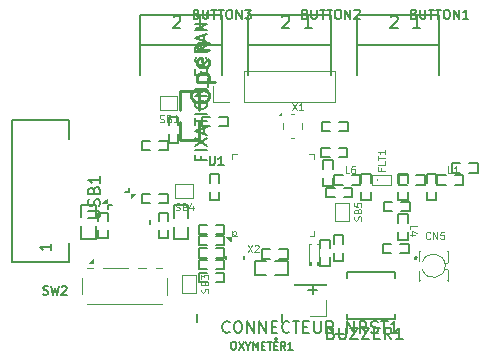
<source format=gbr>
%TF.GenerationSoftware,KiCad,Pcbnew,6.0.4-6f826c9f35~116~ubuntu18.04.1*%
%TF.CreationDate,2022-08-05T10:58:23+02:00*%
%TF.ProjectId,test,74657374-2e6b-4696-9361-645f70636258,rev?*%
%TF.SameCoordinates,Original*%
%TF.FileFunction,Legend,Top*%
%TF.FilePolarity,Positive*%
%FSLAX46Y46*%
G04 Gerber Fmt 4.6, Leading zero omitted, Abs format (unit mm)*
G04 Created by KiCad (PCBNEW 6.0.4-6f826c9f35~116~ubuntu18.04.1) date 2022-08-05 10:58:23*
%MOMM*%
%LPD*%
G01*
G04 APERTURE LIST*
%ADD10C,0.150000*%
%ADD11C,0.120000*%
%ADD12C,0.254000*%
%ADD13C,0.127000*%
%ADD14C,0.025400*%
%ADD15C,0.050000*%
%ADD16C,0.025000*%
%ADD17C,0.075000*%
%ADD18C,0.100000*%
%ADD19C,0.300000*%
%ADD20C,0.200000*%
G04 APERTURE END LIST*
D10*
%TO.C,U1*%
X129645871Y-89834897D02*
X129645871Y-90442040D01*
X129681585Y-90513469D01*
X129717300Y-90549183D01*
X129788728Y-90584897D01*
X129931585Y-90584897D01*
X130003014Y-90549183D01*
X130038728Y-90513469D01*
X130074442Y-90442040D01*
X130074442Y-89834897D01*
X130824442Y-90584897D02*
X130395871Y-90584897D01*
X130610157Y-90584897D02*
X130610157Y-89834897D01*
X130538728Y-89942040D01*
X130467300Y-90013469D01*
X130395871Y-90049183D01*
%TO.C,*%
%TO.C,FIXATION_ECRAN1*%
X128898571Y-89828571D02*
X128898571Y-90161904D01*
X129422380Y-90161904D02*
X128422380Y-90161904D01*
X128422380Y-89685714D01*
X129422380Y-89304761D02*
X128422380Y-89304761D01*
X128422380Y-88923809D02*
X129422380Y-88257142D01*
X128422380Y-88257142D02*
X129422380Y-88923809D01*
X129136666Y-87923809D02*
X129136666Y-87447619D01*
X129422380Y-88019047D02*
X128422380Y-87685714D01*
X129422380Y-87352380D01*
X128422380Y-87161904D02*
X128422380Y-86590476D01*
X129422380Y-86876190D02*
X128422380Y-86876190D01*
X129422380Y-86257142D02*
X128422380Y-86257142D01*
X128422380Y-85590476D02*
X128422380Y-85400000D01*
X128470000Y-85304761D01*
X128565238Y-85209523D01*
X128755714Y-85161904D01*
X129089047Y-85161904D01*
X129279523Y-85209523D01*
X129374761Y-85304761D01*
X129422380Y-85400000D01*
X129422380Y-85590476D01*
X129374761Y-85685714D01*
X129279523Y-85780952D01*
X129089047Y-85828571D01*
X128755714Y-85828571D01*
X128565238Y-85780952D01*
X128470000Y-85685714D01*
X128422380Y-85590476D01*
X129422380Y-84733333D02*
X128422380Y-84733333D01*
X129422380Y-84161904D01*
X128422380Y-84161904D01*
X129517619Y-83923809D02*
X129517619Y-83161904D01*
X128898571Y-82923809D02*
X128898571Y-82590476D01*
X129422380Y-82447619D02*
X129422380Y-82923809D01*
X128422380Y-82923809D01*
X128422380Y-82447619D01*
X129327142Y-81447619D02*
X129374761Y-81495238D01*
X129422380Y-81638095D01*
X129422380Y-81733333D01*
X129374761Y-81876190D01*
X129279523Y-81971428D01*
X129184285Y-82019047D01*
X128993809Y-82066666D01*
X128850952Y-82066666D01*
X128660476Y-82019047D01*
X128565238Y-81971428D01*
X128470000Y-81876190D01*
X128422380Y-81733333D01*
X128422380Y-81638095D01*
X128470000Y-81495238D01*
X128517619Y-81447619D01*
X129422380Y-80447619D02*
X128946190Y-80780952D01*
X129422380Y-81019047D02*
X128422380Y-81019047D01*
X128422380Y-80638095D01*
X128470000Y-80542857D01*
X128517619Y-80495238D01*
X128612857Y-80447619D01*
X128755714Y-80447619D01*
X128850952Y-80495238D01*
X128898571Y-80542857D01*
X128946190Y-80638095D01*
X128946190Y-81019047D01*
X129136666Y-80066666D02*
X129136666Y-79590476D01*
X129422380Y-80161904D02*
X128422380Y-79828571D01*
X129422380Y-79495238D01*
X129422380Y-79161904D02*
X128422380Y-79161904D01*
X129422380Y-78590476D01*
X128422380Y-78590476D01*
X129422380Y-77590476D02*
X129422380Y-78161904D01*
X129422380Y-77876190D02*
X128422380Y-77876190D01*
X128565238Y-77971428D01*
X128660476Y-78066666D01*
X128708095Y-78161904D01*
%TO.C,*%
D11*
%TO.C,SB3*%
X129519257Y-101371314D02*
X129547828Y-101285600D01*
X129547828Y-101142742D01*
X129519257Y-101085600D01*
X129490685Y-101057028D01*
X129433542Y-101028457D01*
X129376400Y-101028457D01*
X129319257Y-101057028D01*
X129290685Y-101085600D01*
X129262114Y-101142742D01*
X129233542Y-101257028D01*
X129204971Y-101314171D01*
X129176400Y-101342742D01*
X129119257Y-101371314D01*
X129062114Y-101371314D01*
X129004971Y-101342742D01*
X128976400Y-101314171D01*
X128947828Y-101257028D01*
X128947828Y-101114171D01*
X128976400Y-101028457D01*
X129233542Y-100571314D02*
X129262114Y-100485600D01*
X129290685Y-100457028D01*
X129347828Y-100428457D01*
X129433542Y-100428457D01*
X129490685Y-100457028D01*
X129519257Y-100485600D01*
X129547828Y-100542742D01*
X129547828Y-100771314D01*
X128947828Y-100771314D01*
X128947828Y-100571314D01*
X128976400Y-100514171D01*
X129004971Y-100485600D01*
X129062114Y-100457028D01*
X129119257Y-100457028D01*
X129176400Y-100485600D01*
X129204971Y-100514171D01*
X129233542Y-100571314D01*
X129233542Y-100771314D01*
X128947828Y-100228457D02*
X128947828Y-99857028D01*
X129176400Y-100057028D01*
X129176400Y-99971314D01*
X129204971Y-99914171D01*
X129233542Y-99885600D01*
X129290685Y-99857028D01*
X129433542Y-99857028D01*
X129490685Y-99885600D01*
X129519257Y-99914171D01*
X129547828Y-99971314D01*
X129547828Y-100142742D01*
X129519257Y-100199885D01*
X129490685Y-100228457D01*
D10*
%TO.C,BUZZER1*%
X139938089Y-104816920D02*
X140081098Y-104864590D01*
X140128768Y-104912259D01*
X140176438Y-105007599D01*
X140176438Y-105150608D01*
X140128768Y-105245947D01*
X140081098Y-105293617D01*
X139985759Y-105341286D01*
X139604402Y-105341286D01*
X139604402Y-104340223D01*
X139938089Y-104340223D01*
X140033429Y-104387893D01*
X140081098Y-104435563D01*
X140128768Y-104530902D01*
X140128768Y-104626241D01*
X140081098Y-104721581D01*
X140033429Y-104769250D01*
X139938089Y-104816920D01*
X139604402Y-104816920D01*
X140605465Y-104340223D02*
X140605465Y-105150608D01*
X140653134Y-105245947D01*
X140700804Y-105293617D01*
X140796143Y-105341286D01*
X140986822Y-105341286D01*
X141082161Y-105293617D01*
X141129831Y-105245947D01*
X141177501Y-105150608D01*
X141177501Y-104340223D01*
X141558858Y-104340223D02*
X142226233Y-104340223D01*
X141558858Y-105341286D01*
X142226233Y-105341286D01*
X142512251Y-104340223D02*
X143179627Y-104340223D01*
X142512251Y-105341286D01*
X143179627Y-105341286D01*
X143560984Y-104816920D02*
X143894672Y-104816920D01*
X144037681Y-105341286D02*
X143560984Y-105341286D01*
X143560984Y-104340223D01*
X144037681Y-104340223D01*
X145038744Y-105341286D02*
X144705056Y-104864590D01*
X144466708Y-105341286D02*
X144466708Y-104340223D01*
X144848065Y-104340223D01*
X144943404Y-104387893D01*
X144991074Y-104435563D01*
X145038744Y-104530902D01*
X145038744Y-104673911D01*
X144991074Y-104769250D01*
X144943404Y-104816920D01*
X144848065Y-104864590D01*
X144466708Y-104864590D01*
X145992137Y-105341286D02*
X145420101Y-105341286D01*
X145706119Y-105341286D02*
X145706119Y-104340223D01*
X145610780Y-104483232D01*
X145515440Y-104578572D01*
X145420101Y-104626241D01*
X138005168Y-101141055D02*
X138767631Y-101141055D01*
X138386400Y-101522287D02*
X138386400Y-100759824D01*
%TO.C,*%
%TO.C,BUTTON3*%
X128544018Y-77783757D02*
X128656504Y-77821252D01*
X128693999Y-77858747D01*
X128731495Y-77933738D01*
X128731495Y-78046224D01*
X128693999Y-78121215D01*
X128656504Y-78158710D01*
X128581513Y-78196205D01*
X128281551Y-78196205D01*
X128281551Y-77408803D01*
X128544018Y-77408803D01*
X128619009Y-77446299D01*
X128656504Y-77483794D01*
X128693999Y-77558785D01*
X128693999Y-77633775D01*
X128656504Y-77708766D01*
X128619009Y-77746261D01*
X128544018Y-77783757D01*
X128281551Y-77783757D01*
X129068953Y-77408803D02*
X129068953Y-78046224D01*
X129106448Y-78121215D01*
X129143943Y-78158710D01*
X129218934Y-78196205D01*
X129368915Y-78196205D01*
X129443906Y-78158710D01*
X129481401Y-78121215D01*
X129518897Y-78046224D01*
X129518897Y-77408803D01*
X129781364Y-77408803D02*
X130231308Y-77408803D01*
X130006336Y-78196205D02*
X130006336Y-77408803D01*
X130381289Y-77408803D02*
X130831233Y-77408803D01*
X130606261Y-78196205D02*
X130606261Y-77408803D01*
X131243682Y-77408803D02*
X131393663Y-77408803D01*
X131468654Y-77446299D01*
X131543645Y-77521289D01*
X131581140Y-77671271D01*
X131581140Y-77933738D01*
X131543645Y-78083719D01*
X131468654Y-78158710D01*
X131393663Y-78196205D01*
X131243682Y-78196205D01*
X131168691Y-78158710D01*
X131093701Y-78083719D01*
X131056205Y-77933738D01*
X131056205Y-77671271D01*
X131093701Y-77521289D01*
X131168691Y-77446299D01*
X131243682Y-77408803D01*
X131918598Y-78196205D02*
X131918598Y-77408803D01*
X132368542Y-78196205D01*
X132368542Y-77408803D01*
X132668505Y-77408803D02*
X133155944Y-77408803D01*
X132893477Y-77708766D01*
X133005963Y-77708766D01*
X133080953Y-77746261D01*
X133118449Y-77783757D01*
X133155944Y-77858747D01*
X133155944Y-78046224D01*
X133118449Y-78121215D01*
X133080953Y-78158710D01*
X133005963Y-78196205D01*
X132780991Y-78196205D01*
X132706000Y-78158710D01*
X132668505Y-78121215D01*
X126601996Y-78022722D02*
X126649641Y-77975076D01*
X126744933Y-77927430D01*
X126983161Y-77927430D01*
X127078452Y-77975076D01*
X127126098Y-78022722D01*
X127173744Y-78118013D01*
X127173744Y-78213304D01*
X127126098Y-78356241D01*
X126554350Y-78927989D01*
X127173744Y-78927989D01*
X129077883Y-78929280D02*
X128505456Y-78929280D01*
X128791670Y-78929280D02*
X128791670Y-77927532D01*
X128696265Y-78070639D01*
X128600860Y-78166044D01*
X128505456Y-78213746D01*
%TO.C,*%
D11*
%TO.C,X2*%
X132853913Y-97338839D02*
X133253913Y-97938839D01*
X133253913Y-97338839D02*
X132853913Y-97938839D01*
X133453913Y-97395982D02*
X133482484Y-97367411D01*
X133539627Y-97338839D01*
X133682484Y-97338839D01*
X133739627Y-97367411D01*
X133768199Y-97395982D01*
X133796770Y-97453125D01*
X133796770Y-97510268D01*
X133768199Y-97595982D01*
X133425341Y-97938839D01*
X133796770Y-97938839D01*
D10*
%TO.C,*%
D11*
%TO.C,L6*%
X141456170Y-91246240D02*
X141170456Y-91246240D01*
X141170456Y-90646240D01*
X141913313Y-90646240D02*
X141799027Y-90646240D01*
X141741884Y-90674812D01*
X141713313Y-90703383D01*
X141656170Y-90789097D01*
X141627599Y-90903383D01*
X141627599Y-91131954D01*
X141656170Y-91189097D01*
X141684741Y-91217669D01*
X141741884Y-91246240D01*
X141856170Y-91246240D01*
X141913313Y-91217669D01*
X141941884Y-91189097D01*
X141970456Y-91131954D01*
X141970456Y-90989097D01*
X141941884Y-90931954D01*
X141913313Y-90903383D01*
X141856170Y-90874812D01*
X141741884Y-90874812D01*
X141684741Y-90903383D01*
X141656170Y-90931954D01*
X141627599Y-90989097D01*
D10*
%TO.C,*%
%TO.C,BUTTON2*%
X137744018Y-77783757D02*
X137856504Y-77821252D01*
X137893999Y-77858747D01*
X137931495Y-77933738D01*
X137931495Y-78046224D01*
X137893999Y-78121215D01*
X137856504Y-78158710D01*
X137781513Y-78196205D01*
X137481551Y-78196205D01*
X137481551Y-77408803D01*
X137744018Y-77408803D01*
X137819009Y-77446299D01*
X137856504Y-77483794D01*
X137893999Y-77558785D01*
X137893999Y-77633775D01*
X137856504Y-77708766D01*
X137819009Y-77746261D01*
X137744018Y-77783757D01*
X137481551Y-77783757D01*
X138268953Y-77408803D02*
X138268953Y-78046224D01*
X138306448Y-78121215D01*
X138343943Y-78158710D01*
X138418934Y-78196205D01*
X138568915Y-78196205D01*
X138643906Y-78158710D01*
X138681401Y-78121215D01*
X138718897Y-78046224D01*
X138718897Y-77408803D01*
X138981364Y-77408803D02*
X139431308Y-77408803D01*
X139206336Y-78196205D02*
X139206336Y-77408803D01*
X139581289Y-77408803D02*
X140031233Y-77408803D01*
X139806261Y-78196205D02*
X139806261Y-77408803D01*
X140443682Y-77408803D02*
X140593663Y-77408803D01*
X140668654Y-77446299D01*
X140743645Y-77521289D01*
X140781140Y-77671271D01*
X140781140Y-77933738D01*
X140743645Y-78083719D01*
X140668654Y-78158710D01*
X140593663Y-78196205D01*
X140443682Y-78196205D01*
X140368691Y-78158710D01*
X140293701Y-78083719D01*
X140256205Y-77933738D01*
X140256205Y-77671271D01*
X140293701Y-77521289D01*
X140368691Y-77446299D01*
X140443682Y-77408803D01*
X141118598Y-78196205D02*
X141118598Y-77408803D01*
X141568542Y-78196205D01*
X141568542Y-77408803D01*
X141906000Y-77483794D02*
X141943495Y-77446299D01*
X142018486Y-77408803D01*
X142205963Y-77408803D01*
X142280953Y-77446299D01*
X142318449Y-77483794D01*
X142355944Y-77558785D01*
X142355944Y-77633775D01*
X142318449Y-77746261D01*
X141868505Y-78196205D01*
X142355944Y-78196205D01*
X138277883Y-78929280D02*
X137705456Y-78929280D01*
X137991670Y-78929280D02*
X137991670Y-77927532D01*
X137896265Y-78070639D01*
X137800860Y-78166044D01*
X137705456Y-78213746D01*
X135801996Y-78022722D02*
X135849641Y-77975076D01*
X135944933Y-77927430D01*
X136183161Y-77927430D01*
X136278452Y-77975076D01*
X136326098Y-78022722D01*
X136373744Y-78118013D01*
X136373744Y-78213304D01*
X136326098Y-78356241D01*
X135754350Y-78927989D01*
X136373744Y-78927989D01*
%TO.C,*%
%TO.C,BUTTON1*%
X146944018Y-77783757D02*
X147056504Y-77821252D01*
X147093999Y-77858747D01*
X147131495Y-77933738D01*
X147131495Y-78046224D01*
X147093999Y-78121215D01*
X147056504Y-78158710D01*
X146981513Y-78196205D01*
X146681551Y-78196205D01*
X146681551Y-77408803D01*
X146944018Y-77408803D01*
X147019009Y-77446299D01*
X147056504Y-77483794D01*
X147093999Y-77558785D01*
X147093999Y-77633775D01*
X147056504Y-77708766D01*
X147019009Y-77746261D01*
X146944018Y-77783757D01*
X146681551Y-77783757D01*
X147468953Y-77408803D02*
X147468953Y-78046224D01*
X147506448Y-78121215D01*
X147543943Y-78158710D01*
X147618934Y-78196205D01*
X147768915Y-78196205D01*
X147843906Y-78158710D01*
X147881401Y-78121215D01*
X147918897Y-78046224D01*
X147918897Y-77408803D01*
X148181364Y-77408803D02*
X148631308Y-77408803D01*
X148406336Y-78196205D02*
X148406336Y-77408803D01*
X148781289Y-77408803D02*
X149231233Y-77408803D01*
X149006261Y-78196205D02*
X149006261Y-77408803D01*
X149643682Y-77408803D02*
X149793663Y-77408803D01*
X149868654Y-77446299D01*
X149943645Y-77521289D01*
X149981140Y-77671271D01*
X149981140Y-77933738D01*
X149943645Y-78083719D01*
X149868654Y-78158710D01*
X149793663Y-78196205D01*
X149643682Y-78196205D01*
X149568691Y-78158710D01*
X149493701Y-78083719D01*
X149456205Y-77933738D01*
X149456205Y-77671271D01*
X149493701Y-77521289D01*
X149568691Y-77446299D01*
X149643682Y-77408803D01*
X150318598Y-78196205D02*
X150318598Y-77408803D01*
X150768542Y-78196205D01*
X150768542Y-77408803D01*
X151555944Y-78196205D02*
X151106000Y-78196205D01*
X151330972Y-78196205D02*
X151330972Y-77408803D01*
X151255981Y-77521289D01*
X151180991Y-77596280D01*
X151106000Y-77633775D01*
X147477883Y-78929280D02*
X146905456Y-78929280D01*
X147191670Y-78929280D02*
X147191670Y-77927532D01*
X147096265Y-78070639D01*
X147000860Y-78166044D01*
X146905456Y-78213746D01*
X145001996Y-78022722D02*
X145049641Y-77975076D01*
X145144933Y-77927430D01*
X145383161Y-77927430D01*
X145478452Y-77975076D01*
X145526098Y-78022722D01*
X145573744Y-78118013D01*
X145573744Y-78213304D01*
X145526098Y-78356241D01*
X144954350Y-78927989D01*
X145573744Y-78927989D01*
%TO.C,*%
D11*
%TO.C,SB1*%
X125428685Y-86919257D02*
X125514400Y-86947828D01*
X125657257Y-86947828D01*
X125714400Y-86919257D01*
X125742971Y-86890685D01*
X125771542Y-86833542D01*
X125771542Y-86776400D01*
X125742971Y-86719257D01*
X125714400Y-86690685D01*
X125657257Y-86662114D01*
X125542971Y-86633542D01*
X125485828Y-86604971D01*
X125457257Y-86576400D01*
X125428685Y-86519257D01*
X125428685Y-86462114D01*
X125457257Y-86404971D01*
X125485828Y-86376400D01*
X125542971Y-86347828D01*
X125685828Y-86347828D01*
X125771542Y-86376400D01*
X126228685Y-86633542D02*
X126314400Y-86662114D01*
X126342971Y-86690685D01*
X126371542Y-86747828D01*
X126371542Y-86833542D01*
X126342971Y-86890685D01*
X126314400Y-86919257D01*
X126257257Y-86947828D01*
X126028685Y-86947828D01*
X126028685Y-86347828D01*
X126228685Y-86347828D01*
X126285828Y-86376400D01*
X126314400Y-86404971D01*
X126342971Y-86462114D01*
X126342971Y-86519257D01*
X126314400Y-86576400D01*
X126285828Y-86604971D01*
X126228685Y-86633542D01*
X126028685Y-86633542D01*
X126942971Y-86947828D02*
X126600114Y-86947828D01*
X126771542Y-86947828D02*
X126771542Y-86347828D01*
X126714400Y-86433542D01*
X126657257Y-86490685D01*
X126600114Y-86519257D01*
D12*
X128097528Y-84850057D02*
X128097528Y-84559771D01*
X128170100Y-84414628D01*
X128315242Y-84269485D01*
X128605528Y-84196914D01*
X129113528Y-84196914D01*
X129403814Y-84269485D01*
X129548957Y-84414628D01*
X129621528Y-84559771D01*
X129621528Y-84850057D01*
X129548957Y-84995200D01*
X129403814Y-85140342D01*
X129113528Y-85212914D01*
X128605528Y-85212914D01*
X128315242Y-85140342D01*
X128170100Y-84995200D01*
X128097528Y-84850057D01*
X128605528Y-83543771D02*
X130129528Y-83543771D01*
X128678100Y-83543771D02*
X128605528Y-83398628D01*
X128605528Y-83108342D01*
X128678100Y-82963200D01*
X128750671Y-82890628D01*
X128895814Y-82818057D01*
X129331242Y-82818057D01*
X129476385Y-82890628D01*
X129548957Y-82963200D01*
X129621528Y-83108342D01*
X129621528Y-83398628D01*
X129548957Y-83543771D01*
X129548957Y-81584342D02*
X129621528Y-81729485D01*
X129621528Y-82019771D01*
X129548957Y-82164914D01*
X129403814Y-82237485D01*
X128823242Y-82237485D01*
X128678100Y-82164914D01*
X128605528Y-82019771D01*
X128605528Y-81729485D01*
X128678100Y-81584342D01*
X128823242Y-81511771D01*
X128968385Y-81511771D01*
X129113528Y-82237485D01*
X128605528Y-80858628D02*
X129621528Y-80858628D01*
X128750671Y-80858628D02*
X128678100Y-80786057D01*
X128605528Y-80640914D01*
X128605528Y-80423200D01*
X128678100Y-80278057D01*
X128823242Y-80205485D01*
X129621528Y-80205485D01*
D10*
%TO.C,*%
D11*
%TO.C,L1*%
X150156170Y-91246240D02*
X149870456Y-91246240D01*
X149870456Y-90646240D01*
X150670456Y-91246240D02*
X150327599Y-91246240D01*
X150499027Y-91246240D02*
X150499027Y-90646240D01*
X150441884Y-90731954D01*
X150384741Y-90789097D01*
X150327599Y-90817669D01*
D10*
%TO.C,SW2*%
X115545558Y-101505582D02*
X115652701Y-101541296D01*
X115831272Y-101541296D01*
X115902701Y-101505582D01*
X115938415Y-101469868D01*
X115974129Y-101398439D01*
X115974129Y-101327011D01*
X115938415Y-101255582D01*
X115902701Y-101219868D01*
X115831272Y-101184153D01*
X115688415Y-101148439D01*
X115616986Y-101112725D01*
X115581272Y-101077011D01*
X115545558Y-101005582D01*
X115545558Y-100934153D01*
X115581272Y-100862725D01*
X115616986Y-100827011D01*
X115688415Y-100791296D01*
X115866986Y-100791296D01*
X115974129Y-100827011D01*
X116224129Y-100791296D02*
X116402701Y-101541296D01*
X116545558Y-101005582D01*
X116688415Y-101541296D01*
X116866986Y-100791296D01*
X117116986Y-100862725D02*
X117152701Y-100827011D01*
X117224129Y-100791296D01*
X117402701Y-100791296D01*
X117474129Y-100827011D01*
X117509843Y-100862725D01*
X117545558Y-100934153D01*
X117545558Y-101005582D01*
X117509843Y-101112725D01*
X117081272Y-101541296D01*
X117545558Y-101541296D01*
D11*
%TO.C,L4*%
X146603759Y-96006170D02*
X146603759Y-95720456D01*
X147203759Y-95720456D01*
X147003759Y-96463313D02*
X146603759Y-96463313D01*
X147232330Y-96320456D02*
X146803759Y-96177599D01*
X146803759Y-96549027D01*
D10*
%TO.C,*%
D11*
%TO.C,CN5*%
X148315115Y-96792295D02*
X148286543Y-96820867D01*
X148200829Y-96849438D01*
X148143686Y-96849438D01*
X148057972Y-96820867D01*
X148000829Y-96763724D01*
X147972258Y-96706581D01*
X147943686Y-96592295D01*
X147943686Y-96506581D01*
X147972258Y-96392295D01*
X148000829Y-96335152D01*
X148057972Y-96278010D01*
X148143686Y-96249438D01*
X148200829Y-96249438D01*
X148286543Y-96278010D01*
X148315115Y-96306581D01*
X148572258Y-96849438D02*
X148572258Y-96249438D01*
X148915115Y-96849438D01*
X148915115Y-96249438D01*
X149486543Y-96249438D02*
X149200829Y-96249438D01*
X149172258Y-96535152D01*
X149200829Y-96506581D01*
X149257972Y-96478010D01*
X149400829Y-96478010D01*
X149457972Y-96506581D01*
X149486543Y-96535152D01*
X149515115Y-96592295D01*
X149515115Y-96735152D01*
X149486543Y-96792295D01*
X149457972Y-96820867D01*
X149400829Y-96849438D01*
X149257972Y-96849438D01*
X149200829Y-96820867D01*
X149172258Y-96792295D01*
D10*
%TO.C,*%
D11*
%TO.C,SB5*%
X142469258Y-95271314D02*
X142497829Y-95185600D01*
X142497829Y-95042742D01*
X142469258Y-94985600D01*
X142440686Y-94957028D01*
X142383543Y-94928457D01*
X142326401Y-94928457D01*
X142269258Y-94957028D01*
X142240686Y-94985600D01*
X142212115Y-95042742D01*
X142183543Y-95157028D01*
X142154972Y-95214171D01*
X142126401Y-95242742D01*
X142069258Y-95271314D01*
X142012115Y-95271314D01*
X141954972Y-95242742D01*
X141926401Y-95214171D01*
X141897829Y-95157028D01*
X141897829Y-95014171D01*
X141926401Y-94928457D01*
X142183543Y-94471314D02*
X142212115Y-94385600D01*
X142240686Y-94357028D01*
X142297829Y-94328457D01*
X142383543Y-94328457D01*
X142440686Y-94357028D01*
X142469258Y-94385600D01*
X142497829Y-94442742D01*
X142497829Y-94671314D01*
X141897829Y-94671314D01*
X141897829Y-94471314D01*
X141926401Y-94414171D01*
X141954972Y-94385600D01*
X142012115Y-94357028D01*
X142069258Y-94357028D01*
X142126401Y-94385600D01*
X142154972Y-94414171D01*
X142183543Y-94471314D01*
X142183543Y-94671314D01*
X141897829Y-93785600D02*
X141897829Y-94071314D01*
X142183543Y-94099885D01*
X142154972Y-94071314D01*
X142126401Y-94014171D01*
X142126401Y-93871314D01*
X142154972Y-93814171D01*
X142183543Y-93785600D01*
X142240686Y-93757028D01*
X142383543Y-93757028D01*
X142440686Y-93785600D01*
X142469258Y-93814171D01*
X142497829Y-93871314D01*
X142497829Y-94014171D01*
X142469258Y-94071314D01*
X142440686Y-94099885D01*
D10*
%TO.C,*%
%TO.C,USB1*%
X119363280Y-95043595D02*
X120172804Y-95043595D01*
X120268042Y-94995976D01*
X120315661Y-94948357D01*
X120363280Y-94853119D01*
X120363280Y-94662642D01*
X120315661Y-94567404D01*
X120268042Y-94519785D01*
X120172804Y-94472166D01*
X119363280Y-94472166D01*
X120315661Y-94043595D02*
X120363280Y-93900738D01*
X120363280Y-93662642D01*
X120315661Y-93567404D01*
X120268042Y-93519785D01*
X120172804Y-93472166D01*
X120077566Y-93472166D01*
X119982328Y-93519785D01*
X119934709Y-93567404D01*
X119887090Y-93662642D01*
X119839471Y-93853119D01*
X119791852Y-93948357D01*
X119744233Y-93995976D01*
X119648995Y-94043595D01*
X119553757Y-94043595D01*
X119458519Y-93995976D01*
X119410900Y-93948357D01*
X119363280Y-93853119D01*
X119363280Y-93615023D01*
X119410900Y-93472166D01*
X119839471Y-92710261D02*
X119887090Y-92567404D01*
X119934709Y-92519785D01*
X120029947Y-92472166D01*
X120172804Y-92472166D01*
X120268042Y-92519785D01*
X120315661Y-92567404D01*
X120363280Y-92662642D01*
X120363280Y-93043595D01*
X119363280Y-93043595D01*
X119363280Y-92710261D01*
X119410900Y-92615023D01*
X119458519Y-92567404D01*
X119553757Y-92519785D01*
X119648995Y-92519785D01*
X119744233Y-92567404D01*
X119791852Y-92615023D01*
X119839471Y-92710261D01*
X119839471Y-93043595D01*
X120363280Y-91519785D02*
X120363280Y-92091214D01*
X120363280Y-91805500D02*
X119363280Y-91805500D01*
X119506138Y-91900738D01*
X119601376Y-91995976D01*
X119648995Y-92091214D01*
X116252380Y-97219285D02*
X116252380Y-97790714D01*
X116252380Y-97505000D02*
X115252380Y-97505000D01*
X115395238Y-97600238D01*
X115490476Y-97695476D01*
X115538095Y-97790714D01*
%TO.C,*%
%TO.C,OXYMETER1*%
X131614666Y-105555923D02*
X131736571Y-105555923D01*
X131797523Y-105586400D01*
X131858476Y-105647352D01*
X131888952Y-105769257D01*
X131888952Y-105982590D01*
X131858476Y-106104495D01*
X131797523Y-106165447D01*
X131736571Y-106195923D01*
X131614666Y-106195923D01*
X131553714Y-106165447D01*
X131492761Y-106104495D01*
X131462285Y-105982590D01*
X131462285Y-105769257D01*
X131492761Y-105647352D01*
X131553714Y-105586400D01*
X131614666Y-105555923D01*
X132102285Y-105555923D02*
X132528952Y-106195923D01*
X132528952Y-105555923D02*
X132102285Y-106195923D01*
X132894666Y-105891161D02*
X132894666Y-106195923D01*
X132681333Y-105555923D02*
X132894666Y-105891161D01*
X133108000Y-105555923D01*
X133321333Y-106195923D02*
X133321333Y-105555923D01*
X133534666Y-106013066D01*
X133748000Y-105555923D01*
X133748000Y-106195923D01*
X134052761Y-105860685D02*
X134266095Y-105860685D01*
X134357523Y-106195923D02*
X134052761Y-106195923D01*
X134052761Y-105555923D01*
X134357523Y-105555923D01*
X134540380Y-105555923D02*
X134906095Y-105555923D01*
X134723238Y-106195923D02*
X134723238Y-105555923D01*
X135119428Y-105860685D02*
X135332761Y-105860685D01*
X135424190Y-106195923D02*
X135119428Y-106195923D01*
X135119428Y-105555923D01*
X135424190Y-105555923D01*
X136064190Y-106195923D02*
X135850857Y-105891161D01*
X135698476Y-106195923D02*
X135698476Y-105555923D01*
X135942285Y-105555923D01*
X136003238Y-105586400D01*
X136033714Y-105616876D01*
X136064190Y-105677828D01*
X136064190Y-105769257D01*
X136033714Y-105830209D01*
X136003238Y-105860685D01*
X135942285Y-105891161D01*
X135698476Y-105891161D01*
X136673714Y-106195923D02*
X136308000Y-106195923D01*
X136490857Y-106195923D02*
X136490857Y-105555923D01*
X136429904Y-105647352D01*
X136368952Y-105708304D01*
X136308000Y-105738780D01*
%TO.C,*%
D11*
%TO.C,SB4*%
X126761185Y-94386757D02*
X126846900Y-94415328D01*
X126989757Y-94415328D01*
X127046900Y-94386757D01*
X127075471Y-94358185D01*
X127104042Y-94301042D01*
X127104042Y-94243900D01*
X127075471Y-94186757D01*
X127046900Y-94158185D01*
X126989757Y-94129614D01*
X126875471Y-94101042D01*
X126818328Y-94072471D01*
X126789757Y-94043900D01*
X126761185Y-93986757D01*
X126761185Y-93929614D01*
X126789757Y-93872471D01*
X126818328Y-93843900D01*
X126875471Y-93815328D01*
X127018328Y-93815328D01*
X127104042Y-93843900D01*
X127561185Y-94101042D02*
X127646900Y-94129614D01*
X127675471Y-94158185D01*
X127704042Y-94215328D01*
X127704042Y-94301042D01*
X127675471Y-94358185D01*
X127646900Y-94386757D01*
X127589757Y-94415328D01*
X127361185Y-94415328D01*
X127361185Y-93815328D01*
X127561185Y-93815328D01*
X127618328Y-93843900D01*
X127646900Y-93872471D01*
X127675471Y-93929614D01*
X127675471Y-93986757D01*
X127646900Y-94043900D01*
X127618328Y-94072471D01*
X127561185Y-94101042D01*
X127361185Y-94101042D01*
X128218328Y-94015328D02*
X128218328Y-94415328D01*
X128075471Y-93786757D02*
X127932614Y-94215328D01*
X128304042Y-94215328D01*
D10*
%TO.C,CONNECTEUR_NRST1*%
X131340476Y-104687142D02*
X131292857Y-104734761D01*
X131150000Y-104782380D01*
X131054761Y-104782380D01*
X130911904Y-104734761D01*
X130816666Y-104639523D01*
X130769047Y-104544285D01*
X130721428Y-104353809D01*
X130721428Y-104210952D01*
X130769047Y-104020476D01*
X130816666Y-103925238D01*
X130911904Y-103830000D01*
X131054761Y-103782380D01*
X131150000Y-103782380D01*
X131292857Y-103830000D01*
X131340476Y-103877619D01*
X131959523Y-103782380D02*
X132150000Y-103782380D01*
X132245238Y-103830000D01*
X132340476Y-103925238D01*
X132388095Y-104115714D01*
X132388095Y-104449047D01*
X132340476Y-104639523D01*
X132245238Y-104734761D01*
X132150000Y-104782380D01*
X131959523Y-104782380D01*
X131864285Y-104734761D01*
X131769047Y-104639523D01*
X131721428Y-104449047D01*
X131721428Y-104115714D01*
X131769047Y-103925238D01*
X131864285Y-103830000D01*
X131959523Y-103782380D01*
X132816666Y-104782380D02*
X132816666Y-103782380D01*
X133388095Y-104782380D01*
X133388095Y-103782380D01*
X133864285Y-104782380D02*
X133864285Y-103782380D01*
X134435714Y-104782380D01*
X134435714Y-103782380D01*
X134911904Y-104258571D02*
X135245238Y-104258571D01*
X135388095Y-104782380D02*
X134911904Y-104782380D01*
X134911904Y-103782380D01*
X135388095Y-103782380D01*
X136388095Y-104687142D02*
X136340476Y-104734761D01*
X136197619Y-104782380D01*
X136102380Y-104782380D01*
X135959523Y-104734761D01*
X135864285Y-104639523D01*
X135816666Y-104544285D01*
X135769047Y-104353809D01*
X135769047Y-104210952D01*
X135816666Y-104020476D01*
X135864285Y-103925238D01*
X135959523Y-103830000D01*
X136102380Y-103782380D01*
X136197619Y-103782380D01*
X136340476Y-103830000D01*
X136388095Y-103877619D01*
X136673809Y-103782380D02*
X137245238Y-103782380D01*
X136959523Y-104782380D02*
X136959523Y-103782380D01*
X137578571Y-104258571D02*
X137911904Y-104258571D01*
X138054761Y-104782380D02*
X137578571Y-104782380D01*
X137578571Y-103782380D01*
X138054761Y-103782380D01*
X138483333Y-103782380D02*
X138483333Y-104591904D01*
X138530952Y-104687142D01*
X138578571Y-104734761D01*
X138673809Y-104782380D01*
X138864285Y-104782380D01*
X138959523Y-104734761D01*
X139007142Y-104687142D01*
X139054761Y-104591904D01*
X139054761Y-103782380D01*
X140102380Y-104782380D02*
X139769047Y-104306190D01*
X139530952Y-104782380D02*
X139530952Y-103782380D01*
X139911904Y-103782380D01*
X140007142Y-103830000D01*
X140054761Y-103877619D01*
X140102380Y-103972857D01*
X140102380Y-104115714D01*
X140054761Y-104210952D01*
X140007142Y-104258571D01*
X139911904Y-104306190D01*
X139530952Y-104306190D01*
X140292857Y-104877619D02*
X141054761Y-104877619D01*
X141292857Y-104782380D02*
X141292857Y-103782380D01*
X141864285Y-104782380D01*
X141864285Y-103782380D01*
X142911904Y-104782380D02*
X142578571Y-104306190D01*
X142340476Y-104782380D02*
X142340476Y-103782380D01*
X142721428Y-103782380D01*
X142816666Y-103830000D01*
X142864285Y-103877619D01*
X142911904Y-103972857D01*
X142911904Y-104115714D01*
X142864285Y-104210952D01*
X142816666Y-104258571D01*
X142721428Y-104306190D01*
X142340476Y-104306190D01*
X143292857Y-104734761D02*
X143435714Y-104782380D01*
X143673809Y-104782380D01*
X143769047Y-104734761D01*
X143816666Y-104687142D01*
X143864285Y-104591904D01*
X143864285Y-104496666D01*
X143816666Y-104401428D01*
X143769047Y-104353809D01*
X143673809Y-104306190D01*
X143483333Y-104258571D01*
X143388095Y-104210952D01*
X143340476Y-104163333D01*
X143292857Y-104068095D01*
X143292857Y-103972857D01*
X143340476Y-103877619D01*
X143388095Y-103830000D01*
X143483333Y-103782380D01*
X143721428Y-103782380D01*
X143864285Y-103830000D01*
X144150000Y-103782380D02*
X144721428Y-103782380D01*
X144435714Y-104782380D02*
X144435714Y-103782380D01*
X145578571Y-104782380D02*
X145007142Y-104782380D01*
X145292857Y-104782380D02*
X145292857Y-103782380D01*
X145197619Y-103925238D01*
X145102380Y-104020476D01*
X145007142Y-104068095D01*
D11*
%TO.C,FLT1*%
X144187342Y-90844942D02*
X144187342Y-91044942D01*
X144501628Y-91044942D02*
X143901628Y-91044942D01*
X143901628Y-90759228D01*
X144501628Y-90244942D02*
X144501628Y-90530657D01*
X143901628Y-90530657D01*
X143901628Y-90130657D02*
X143901628Y-89787800D01*
X144501628Y-89959228D02*
X143901628Y-89959228D01*
X144501628Y-89273514D02*
X144501628Y-89616371D01*
X144501628Y-89444942D02*
X143901628Y-89444942D01*
X143987342Y-89502085D01*
X144044485Y-89559228D01*
X144073057Y-89616371D01*
D10*
%TO.C,*%
D11*
%TO.C,X1*%
X136615315Y-85334428D02*
X137015315Y-85934428D01*
X137015315Y-85334428D02*
X136615315Y-85934428D01*
X137558172Y-85934428D02*
X137215315Y-85934428D01*
X137386743Y-85934428D02*
X137386743Y-85334428D01*
X137329601Y-85420142D01*
X137272458Y-85477285D01*
X137215315Y-85505857D01*
D10*
%TO.C,*%
D13*
%TO.C,C20*%
X129420028Y-97381000D02*
X128708828Y-97381000D01*
X130893228Y-96593600D02*
X130182028Y-96593600D01*
X130893228Y-97381000D02*
X130182028Y-97381000D01*
X129420028Y-96593600D02*
X128708828Y-96593600D01*
X130893228Y-96593600D02*
X130893228Y-97381000D01*
X128708828Y-96593600D02*
X128708828Y-97381000D01*
D14*
%TO.C,U1*%
X138102798Y-96601599D02*
X138498799Y-96601599D01*
D15*
X131315598Y-96791639D02*
X131315598Y-96690039D01*
X131036198Y-96664639D02*
X131391798Y-96994839D01*
X131366398Y-96715439D02*
X131417198Y-96690039D01*
X131366398Y-96893239D02*
X131366398Y-96715439D01*
X131264798Y-96690039D02*
X131340998Y-96715439D01*
X138498799Y-96601599D02*
X138498799Y-96179400D01*
X131498798Y-96601599D02*
X131498798Y-96144399D01*
X131188598Y-96690039D02*
X131417198Y-96690039D01*
X131112398Y-96664639D02*
X131391798Y-96918639D01*
X131036198Y-96664639D02*
X131417198Y-97045639D01*
X131036198Y-96664639D02*
X131417198Y-96664639D01*
D14*
X138498799Y-96601599D02*
X138498799Y-96179400D01*
D15*
X138066999Y-89601597D02*
X138498799Y-89601597D01*
X131498798Y-89601597D02*
X131955998Y-89601597D01*
X131498798Y-90022999D02*
X131498798Y-89601597D01*
X131188598Y-96690039D02*
X131391798Y-96867839D01*
X131315598Y-96791639D02*
X131340998Y-96715439D01*
X131417198Y-97045639D02*
X131417198Y-96664639D01*
X131112398Y-96664639D02*
X131366398Y-96944039D01*
X138102798Y-96601599D02*
X138498799Y-96601599D01*
X131391798Y-96994839D02*
X131391798Y-96918639D01*
X138498799Y-90022999D02*
X138498799Y-89601597D01*
D14*
X138066999Y-89601597D02*
X138498799Y-89601597D01*
X131498798Y-96601599D02*
X131510797Y-96601599D01*
X131498798Y-90022999D02*
X131498798Y-89601597D01*
D15*
X131510797Y-96601599D02*
X131981398Y-96601599D01*
X131264798Y-96690039D02*
X131366398Y-96893239D01*
X131366398Y-96944039D02*
X131391798Y-96867839D01*
D14*
X131921113Y-96362899D02*
G75*
G03*
X131921113Y-96362899I-179606J0D01*
G01*
D11*
%TO.C,FIXATION_ECRAN1*%
X129970000Y-85230000D02*
X129970000Y-83900000D01*
X132570000Y-82570000D02*
X140250000Y-82570000D01*
X132570000Y-85230000D02*
X140250000Y-85230000D01*
X132570000Y-85230000D02*
X132570000Y-82570000D01*
X131300000Y-85230000D02*
X129970000Y-85230000D01*
X140250000Y-85230000D02*
X140250000Y-82570000D01*
D13*
%TO.C,L3*%
X136268798Y-99909600D02*
X136268798Y-98690400D01*
X133449398Y-98690400D02*
X134414598Y-98690400D01*
X133449398Y-99909600D02*
X133449398Y-98690400D01*
X135176598Y-99909600D02*
X136268798Y-99909600D01*
X133449398Y-99909600D02*
X134414598Y-99909600D01*
X135176598Y-98690400D02*
X136268798Y-98690400D01*
D16*
%TO.C,D4*%
X138093600Y-98912800D02*
X138093600Y-97287201D01*
D15*
X138093600Y-98963600D02*
X138271400Y-98963600D01*
D16*
X138093600Y-98912800D02*
X138271400Y-98912800D01*
D15*
X138906400Y-98862000D02*
X138906400Y-98811201D01*
X138728600Y-98862000D02*
X138906400Y-98862000D01*
D16*
X138728600Y-97287201D02*
X138906400Y-97287201D01*
D15*
X138881000Y-98836600D02*
X138906400Y-98811201D01*
X138728600Y-98989000D02*
X138881000Y-98989000D01*
D16*
X138906400Y-98912800D02*
X138906400Y-97287201D01*
D15*
X138093600Y-98862000D02*
X138093600Y-98811201D01*
X138728600Y-99014400D02*
X138728600Y-98963600D01*
X138093600Y-98989000D02*
X138246000Y-98989000D01*
X138271400Y-99014400D02*
X138271400Y-98963600D01*
X138728600Y-98862000D02*
X138728600Y-98811201D01*
D16*
X138093600Y-97287201D02*
X138271400Y-97287201D01*
D15*
X138728600Y-98836600D02*
X138881000Y-98836600D01*
D16*
X138728600Y-98912800D02*
X138906400Y-98912800D01*
D15*
X138093600Y-99014400D02*
X138093600Y-98963600D01*
X138246000Y-98836600D02*
X138271400Y-98811201D01*
X138881000Y-98989000D02*
X138906400Y-98963600D01*
X138093600Y-98862000D02*
X138271400Y-98862000D01*
X138728600Y-99014400D02*
X138906400Y-99014400D01*
X138728600Y-98811201D02*
X138906400Y-98811201D01*
X138271400Y-98862000D02*
X138271400Y-98811201D01*
X138906400Y-99014400D02*
X138906400Y-98963600D01*
X138093600Y-98836600D02*
X138246000Y-98836600D01*
X138728600Y-98963600D02*
X138906400Y-98963600D01*
X138093600Y-99014400D02*
X138271400Y-99014400D01*
X138093600Y-98811201D02*
X138271400Y-98811201D01*
X138246000Y-98989000D02*
X138271400Y-98963600D01*
D13*
%TO.C,C28*%
X144407800Y-93719000D02*
X145119000Y-93719000D01*
X146592200Y-94506400D02*
X146592200Y-93719000D01*
X144407800Y-94506400D02*
X144407800Y-93719000D01*
X144407800Y-94506400D02*
X145119000Y-94506400D01*
X145881000Y-93719000D02*
X146592200Y-93719000D01*
X145881000Y-94506400D02*
X146592200Y-94506400D01*
D17*
%TO.C,SB3*%
X128484200Y-101385800D02*
X128484200Y-99887200D01*
X127315800Y-101385800D02*
X128484200Y-101385800D01*
X127315800Y-101385800D02*
X127315800Y-99887200D01*
X127315800Y-99887200D02*
X128484200Y-99887200D01*
D13*
%TO.C,R2*%
X128707800Y-100506400D02*
X128707800Y-99719000D01*
X130181000Y-100506400D02*
X130892200Y-100506400D01*
X130181000Y-99719000D02*
X130892200Y-99719000D01*
X130892200Y-100506400D02*
X130892200Y-99719000D01*
X128707800Y-100506400D02*
X129419000Y-100506400D01*
X128707800Y-99719000D02*
X129419000Y-99719000D01*
%TO.C,BUZZER1*%
X141300000Y-99650000D02*
X145300000Y-99650000D01*
X145300000Y-100150000D02*
X145300000Y-99650000D01*
X141300000Y-103650000D02*
X141300000Y-103150000D01*
X145300000Y-103650000D02*
X145300000Y-103150000D01*
X141300000Y-100150000D02*
X141300000Y-99650000D01*
X145300000Y-103650000D02*
X141300000Y-103650000D01*
D15*
%TO.C,U2*%
X122985200Y-93137550D02*
X123188400Y-93035950D01*
X122985200Y-93213750D02*
X122985200Y-92985150D01*
X123010600Y-93035950D02*
X123188400Y-93035950D01*
X122959800Y-92985150D02*
X123340800Y-92985150D01*
D13*
X122858200Y-92870850D02*
X122858200Y-92489850D01*
D15*
X122959800Y-93289950D02*
X123239200Y-93035950D01*
X122985200Y-93213750D02*
X123163000Y-93010550D01*
X122959800Y-93366150D02*
X122959800Y-92985150D01*
D13*
X122477200Y-92870850D02*
X122858200Y-92870850D01*
D15*
X122959800Y-93289950D02*
X123213800Y-93010550D01*
X122985200Y-93086750D02*
X123086800Y-93086750D01*
X122959800Y-93366150D02*
X123340800Y-92985150D01*
X123163000Y-93010550D02*
X123239200Y-93035950D01*
X123010600Y-93061350D02*
X123086800Y-93086750D01*
X122985200Y-92985150D02*
X123010600Y-93035950D01*
X123213800Y-93010550D02*
X123290000Y-93010550D01*
X122985200Y-93137550D02*
X123010600Y-93061350D01*
X122959800Y-93366150D02*
X123290000Y-93010550D01*
D13*
%TO.C,C26*%
X127809600Y-93990300D02*
X126590400Y-93990300D01*
X127809600Y-93990300D02*
X127809600Y-95082500D01*
X126590400Y-95844500D02*
X126590400Y-96809700D01*
X127809600Y-95844500D02*
X127809600Y-96809700D01*
X126590400Y-93990300D02*
X126590400Y-95082500D01*
X127809600Y-96809700D02*
X126590400Y-96809700D01*
%TO.C,C18*%
X128708828Y-99406400D02*
X128708828Y-98619000D01*
X128708828Y-99406400D02*
X129420028Y-99406400D01*
X130182028Y-98619000D02*
X130893228Y-98619000D01*
X130893228Y-99406400D02*
X130893228Y-98619000D01*
X128708828Y-98619000D02*
X129420028Y-98619000D01*
X130182028Y-99406400D02*
X130893228Y-99406400D01*
%TO.C,C19*%
X141692200Y-93281000D02*
X140981000Y-93281000D01*
X140219000Y-93281000D02*
X139507800Y-93281000D01*
X140219000Y-92493600D02*
X139507800Y-92493600D01*
X141692200Y-92493600D02*
X141692200Y-93281000D01*
X141692200Y-92493600D02*
X140981000Y-92493600D01*
X139507800Y-92493600D02*
X139507800Y-93281000D01*
%TO.C,C7*%
X150157800Y-90417975D02*
X150869000Y-90417975D01*
X152342200Y-91205375D02*
X152342200Y-90417975D01*
X151631000Y-91205375D02*
X152342200Y-91205375D01*
X150157800Y-91205375D02*
X150869000Y-91205375D01*
X151631000Y-90417975D02*
X152342200Y-90417975D01*
X150157800Y-91205375D02*
X150157800Y-90417975D01*
D12*
%TO.C,L2*%
X127147997Y-88482800D02*
X127147997Y-86908000D01*
X128773597Y-85892000D02*
X128773597Y-84317201D01*
X127147997Y-88482800D02*
X128773597Y-88482800D01*
X127147997Y-85892000D02*
X127147997Y-84317201D01*
X127147997Y-84317201D02*
X128773597Y-84317201D01*
X128773597Y-88482800D02*
X128773597Y-86908000D01*
D13*
%TO.C,C8*%
X145619000Y-93541172D02*
X145619000Y-92829972D01*
X146406400Y-93541172D02*
X145619000Y-93541172D01*
X146406400Y-91356772D02*
X145619000Y-91356772D01*
X146406400Y-92067972D02*
X146406400Y-91356772D01*
X145619000Y-92067972D02*
X145619000Y-91356772D01*
X146406400Y-93541172D02*
X146406400Y-92829972D01*
%TO.C,BUTTON3*%
X125620000Y-77840000D02*
X128795000Y-77840000D01*
X130700000Y-80380000D02*
X123715000Y-80380000D01*
X130700000Y-82920000D02*
X130700000Y-80380000D01*
X123715000Y-77840000D02*
X123715000Y-80380000D01*
X130700000Y-77840000D02*
X128795000Y-77840000D01*
X130700000Y-80380000D02*
X130700000Y-77840000D01*
X123715000Y-80380000D02*
X123715000Y-82920000D01*
X125620000Y-77840000D02*
X123715000Y-77840000D01*
%TO.C,X2*%
X131038000Y-98539000D02*
X131038000Y-98285000D01*
X132562000Y-98539000D02*
X132562000Y-98285000D01*
D15*
%TO.C,U3*%
X120888600Y-93749000D02*
X120914000Y-93672800D01*
X120660000Y-93774400D02*
X120939400Y-93520400D01*
X120710800Y-93774400D02*
X120888600Y-93774400D01*
X120914000Y-93825200D02*
X120914000Y-93596600D01*
X120660000Y-93774400D02*
X120736200Y-93799800D01*
X120939400Y-93825200D02*
X120939400Y-93444200D01*
D13*
X121041000Y-93939500D02*
X121422000Y-93939500D01*
D15*
X120888600Y-93774400D02*
X120914000Y-93825200D01*
X120685400Y-93799800D02*
X120939400Y-93520400D01*
X120736200Y-93799800D02*
X120914000Y-93596600D01*
X120609200Y-93799800D02*
X120685400Y-93799800D01*
X120812400Y-93723600D02*
X120914000Y-93723600D01*
X120812400Y-93723600D02*
X120888600Y-93749000D01*
D13*
X124597000Y-95590500D02*
X124597000Y-95209500D01*
D15*
X120558400Y-93825200D02*
X120939400Y-93444200D01*
X120609200Y-93799800D02*
X120939400Y-93444200D01*
D13*
X121041000Y-94320500D02*
X121041000Y-93939500D01*
D15*
X120558400Y-93825200D02*
X120939400Y-93825200D01*
X120710800Y-93774400D02*
X120914000Y-93672800D01*
D13*
%TO.C,C6*%
X148806400Y-92067972D02*
X148806400Y-91356772D01*
X148019000Y-92067972D02*
X148019000Y-91356772D01*
X148019000Y-93541172D02*
X148019000Y-92829972D01*
X148806400Y-93541172D02*
X148019000Y-93541172D01*
X148806400Y-93541172D02*
X148806400Y-92829972D01*
X148806400Y-91356772D02*
X148019000Y-91356772D01*
%TO.C,C4*%
X147842200Y-92231000D02*
X147131000Y-92231000D01*
X147842200Y-91443600D02*
X147842200Y-92231000D01*
X145657800Y-91443600D02*
X145657800Y-92231000D01*
X147842200Y-91443600D02*
X147131000Y-91443600D01*
X146369000Y-92231000D02*
X145657800Y-92231000D01*
X146369000Y-91443600D02*
X145657800Y-91443600D01*
%TO.C,L6*%
X142392200Y-92231000D02*
X142392200Y-91443600D01*
X141681000Y-91443600D02*
X142392200Y-91443600D01*
X140207800Y-92231000D02*
X140207800Y-91443600D01*
X141681000Y-92231000D02*
X142392200Y-92231000D01*
X140207800Y-92231000D02*
X140919000Y-92231000D01*
X140207800Y-91443600D02*
X140919000Y-91443600D01*
%TO.C,C23*%
X120009600Y-96809700D02*
X120009600Y-95717500D01*
X118790400Y-96809700D02*
X118790400Y-95717500D01*
X120009600Y-94955500D02*
X120009600Y-93990300D01*
X118790400Y-93990300D02*
X120009600Y-93990300D01*
X118790400Y-94955500D02*
X118790400Y-93990300D01*
X118790400Y-96809700D02*
X120009600Y-96809700D01*
%TO.C,BUTTON2*%
X134820000Y-77840000D02*
X137995000Y-77840000D01*
X139900000Y-80380000D02*
X139900000Y-77840000D01*
X139900000Y-80380000D02*
X132915000Y-80380000D01*
X139900000Y-77840000D02*
X137995000Y-77840000D01*
X132915000Y-77840000D02*
X132915000Y-80380000D01*
X139900000Y-82920000D02*
X139900000Y-80380000D01*
X134820000Y-77840000D02*
X132915000Y-77840000D01*
X132915000Y-80380000D02*
X132915000Y-82920000D01*
%TO.C,C16*%
X123907800Y-88519000D02*
X124619000Y-88519000D01*
X126092200Y-89306400D02*
X126092200Y-88519000D01*
X125381000Y-88519000D02*
X126092200Y-88519000D01*
X123907800Y-89306400D02*
X123907800Y-88519000D01*
X125381000Y-89306400D02*
X126092200Y-89306400D01*
X123907800Y-89306400D02*
X124619000Y-89306400D01*
%TO.C,BUTTON1*%
X142115000Y-80380000D02*
X142115000Y-82920000D01*
X142115000Y-77840000D02*
X142115000Y-80380000D01*
X149100000Y-80380000D02*
X142115000Y-80380000D01*
X144020000Y-77840000D02*
X147195000Y-77840000D01*
X144020000Y-77840000D02*
X142115000Y-77840000D01*
X149100000Y-80380000D02*
X149100000Y-77840000D01*
X149100000Y-77840000D02*
X147195000Y-77840000D01*
X149100000Y-82920000D02*
X149100000Y-80380000D01*
D17*
%TO.C,SB1*%
X125414200Y-85884200D02*
X126912800Y-85884200D01*
X125414200Y-84715800D02*
X126912800Y-84715800D01*
X126912800Y-84715800D02*
X126912800Y-85884200D01*
X125414200Y-84715800D02*
X125414200Y-85884200D01*
D13*
%TO.C,R1*%
X140143600Y-98692200D02*
X140931000Y-98692200D01*
X140143600Y-97981000D02*
X140143600Y-98692200D01*
X140143600Y-96507800D02*
X140931000Y-96507800D01*
X140931000Y-96507800D02*
X140931000Y-97219000D01*
X140931000Y-97981000D02*
X140931000Y-98692200D01*
X140143600Y-96507800D02*
X140143600Y-97219000D01*
%TO.C,C22*%
X136254026Y-98506400D02*
X136254026Y-97719000D01*
X135542826Y-98506400D02*
X136254026Y-98506400D01*
X134069626Y-97719000D02*
X134780826Y-97719000D01*
X134069626Y-98506400D02*
X134069626Y-97719000D01*
X134069626Y-98506400D02*
X134780826Y-98506400D01*
X135542826Y-97719000D02*
X136254026Y-97719000D01*
%TO.C,C29*%
X145782028Y-98006400D02*
X146493228Y-98006400D01*
X144308828Y-98006400D02*
X144308828Y-97219000D01*
X144308828Y-97219000D02*
X145020028Y-97219000D01*
X144308828Y-98006400D02*
X145020028Y-98006400D01*
X146493228Y-98006400D02*
X146493228Y-97219000D01*
X145782028Y-97219000D02*
X146493228Y-97219000D01*
%TO.C,C30*%
X139269000Y-92343227D02*
X139269000Y-91632027D01*
X140056400Y-92343227D02*
X139269000Y-92343227D01*
X139269000Y-90870027D02*
X139269000Y-90158827D01*
X140056400Y-90870027D02*
X140056400Y-90158827D01*
X140056400Y-90158827D02*
X139269000Y-90158827D01*
X140056400Y-92343227D02*
X140056400Y-91632027D01*
%TO.C,L1*%
X148907800Y-92231000D02*
X149619000Y-92231000D01*
X150381000Y-91443600D02*
X151092200Y-91443600D01*
X150381000Y-92231000D02*
X151092200Y-92231000D01*
X148907800Y-91443600D02*
X149619000Y-91443600D01*
X151092200Y-92231000D02*
X151092200Y-91443600D01*
X148907800Y-92231000D02*
X148907800Y-91443600D01*
D18*
%TO.C,SW2*%
X119554400Y-98795201D02*
X119681400Y-98820601D01*
X119554400Y-98795201D02*
X119656000Y-98668201D01*
X119402000Y-98871401D02*
X119732200Y-98871401D01*
X125117000Y-99328601D02*
X125599600Y-99328601D01*
X119732200Y-98871401D02*
X119732200Y-98515800D01*
X126006000Y-101538401D02*
X126006000Y-100166800D01*
X119402000Y-98871401D02*
X119732200Y-98515800D01*
X123593000Y-99328601D02*
X124278800Y-99328601D01*
X119300400Y-99328601D02*
X119732200Y-99328601D01*
X118868600Y-101487601D02*
X118868600Y-100141401D01*
X119681400Y-98820601D02*
X119732200Y-98515800D01*
X119275000Y-102376601D02*
X125599600Y-102376601D01*
X120621200Y-99328601D02*
X122729400Y-99328601D01*
D13*
%TO.C,C25*%
X126106400Y-95319000D02*
X126106400Y-94607800D01*
X126106400Y-94607800D02*
X125319000Y-94607800D01*
X126106400Y-96792200D02*
X125319000Y-96792200D01*
X125319000Y-96792200D02*
X125319000Y-96081000D01*
X126106400Y-96792200D02*
X126106400Y-96081000D01*
X125319000Y-95319000D02*
X125319000Y-94607800D01*
%TO.C,L4*%
X146406400Y-96231000D02*
X146406400Y-96942200D01*
X146406400Y-94757800D02*
X146406400Y-95469000D01*
X145619000Y-96231000D02*
X145619000Y-96942200D01*
X145619000Y-96942200D02*
X146406400Y-96942200D01*
X145619000Y-94757800D02*
X145619000Y-95469000D01*
X145619000Y-94757800D02*
X146406400Y-94757800D01*
%TO.C,C9*%
X126981000Y-86507800D02*
X126981000Y-87219000D01*
X126981000Y-87981000D02*
X126981000Y-88692200D01*
X126193600Y-86507800D02*
X126193600Y-87219000D01*
X126193600Y-88692200D02*
X126981000Y-88692200D01*
X126193600Y-86507800D02*
X126981000Y-86507800D01*
X126193600Y-87981000D02*
X126193600Y-88692200D01*
D15*
%TO.C,CN5*%
X149850000Y-100350000D02*
X149850000Y-100344600D01*
X149743000Y-100344600D02*
X149850000Y-100344600D01*
X149743000Y-97830000D02*
X149850000Y-97830000D01*
X149565200Y-99404800D02*
X149768400Y-99404800D01*
X147350000Y-97855400D02*
X147350000Y-97850000D01*
X147350000Y-100350000D02*
X147350000Y-99531800D01*
X149850000Y-100350000D02*
X149850000Y-99455600D01*
X149590600Y-98830998D02*
X149768400Y-98830998D01*
X147350000Y-97855400D02*
X147350000Y-97850000D01*
X147350000Y-98668199D02*
X147350000Y-97850000D01*
X147350000Y-100344600D02*
X147457000Y-100344600D01*
X147350000Y-97855400D02*
X147457000Y-97855400D01*
X149850000Y-98795199D02*
X149850000Y-97850000D01*
X147350000Y-100350000D02*
X147350000Y-100344600D01*
X147661657Y-99445705D02*
G75*
G03*
X147656540Y-98768514I938343J345705D01*
G01*
D19*
X147100600Y-98439600D02*
G75*
G03*
X147100600Y-98439600I-50000J0D01*
G01*
D13*
%TO.C,C15*%
X128708828Y-96406400D02*
X129420028Y-96406400D01*
X130182028Y-95619000D02*
X130893228Y-95619000D01*
X128708828Y-96406400D02*
X128708828Y-95619000D01*
X130182028Y-96406400D02*
X130893228Y-96406400D01*
X130893228Y-96406400D02*
X130893228Y-95619000D01*
X128708828Y-95619000D02*
X129420028Y-95619000D01*
%TO.C,C3*%
X143281000Y-91356773D02*
X143281000Y-92067973D01*
X142493600Y-91356773D02*
X143281000Y-91356773D01*
X142493600Y-91356773D02*
X142493600Y-92067973D01*
X142493600Y-92829973D02*
X142493600Y-93541173D01*
X143281000Y-92829973D02*
X143281000Y-93541173D01*
X142493600Y-93541173D02*
X143281000Y-93541173D01*
D17*
%TO.C,SB5*%
X140265801Y-95285800D02*
X141434201Y-95285800D01*
X140265801Y-95285800D02*
X140265801Y-93787200D01*
X141434201Y-95285800D02*
X141434201Y-93787200D01*
X140265801Y-93787200D02*
X141434201Y-93787200D01*
D13*
%TO.C,C10*%
X131192200Y-87281000D02*
X130481000Y-87281000D01*
X129007800Y-86493600D02*
X129007800Y-87281000D01*
X131192200Y-86493600D02*
X131192200Y-87281000D01*
X131192200Y-86493600D02*
X130481000Y-86493600D01*
X129719000Y-86493600D02*
X129007800Y-86493600D01*
X129719000Y-87281000D02*
X129007800Y-87281000D01*
%TO.C,C27*%
X126092200Y-93806400D02*
X126092200Y-93019000D01*
X125381000Y-93019000D02*
X126092200Y-93019000D01*
X123907800Y-93019000D02*
X124619000Y-93019000D01*
X123907800Y-93806400D02*
X123907800Y-93019000D01*
X125381000Y-93806400D02*
X126092200Y-93806400D01*
X123907800Y-93806400D02*
X124619000Y-93806400D01*
%TO.C,C12*%
X139806400Y-97619000D02*
X139806400Y-96907800D01*
X139806400Y-96907800D02*
X139019000Y-96907800D01*
X139019000Y-97619000D02*
X139019000Y-96907800D01*
X139019000Y-99092200D02*
X139019000Y-98381000D01*
X139806400Y-99092200D02*
X139019000Y-99092200D01*
X139806400Y-99092200D02*
X139806400Y-98381000D01*
%TO.C,C21*%
X130481000Y-92831571D02*
X130481000Y-93542771D01*
X129693600Y-92831571D02*
X129693600Y-93542771D01*
X129693600Y-91358371D02*
X129693600Y-92069571D01*
X129693600Y-93542771D02*
X130481000Y-93542771D01*
X130481000Y-91358371D02*
X130481000Y-92069571D01*
X129693600Y-91358371D02*
X130481000Y-91358371D01*
%TO.C,USB1*%
X117700000Y-97200000D02*
X117700000Y-98800000D01*
X117700000Y-88400000D02*
X117700000Y-86800000D01*
X112950000Y-98800000D02*
X112950000Y-86800000D01*
X117700000Y-98800000D02*
X112950000Y-98800000D01*
X117700000Y-86800000D02*
X112950000Y-86800000D01*
%TO.C,OXYMETER1*%
X135800000Y-103830000D02*
X135800000Y-103170000D01*
X128600000Y-103830000D02*
X128600000Y-103170000D01*
D20*
X135360000Y-105300000D02*
G75*
G03*
X135360000Y-105300000I-100000J0D01*
G01*
D13*
%TO.C,C17*%
X128708828Y-98406400D02*
X128708828Y-97619000D01*
X128708828Y-98406400D02*
X129420028Y-98406400D01*
X130182028Y-97619000D02*
X130893228Y-97619000D01*
X130182028Y-98406400D02*
X130893228Y-98406400D01*
X130893228Y-98406400D02*
X130893228Y-97619000D01*
X128708828Y-97619000D02*
X129420028Y-97619000D01*
D17*
%TO.C,SB4*%
X126746700Y-92183300D02*
X126746700Y-93351700D01*
X126746700Y-92183300D02*
X128245300Y-92183300D01*
X128245300Y-92183300D02*
X128245300Y-93351700D01*
X126746700Y-93351700D02*
X128245300Y-93351700D01*
D11*
%TO.C,CONNECTEUR_NRST1*%
X139480000Y-100670000D02*
X136820000Y-100670000D01*
X139480000Y-102000000D02*
X139480000Y-103330000D01*
X139480000Y-103330000D02*
X138150000Y-103330000D01*
X136820000Y-100730000D02*
X136820000Y-100670000D01*
X139480000Y-100730000D02*
X139480000Y-100670000D01*
X139480000Y-100730000D02*
X136820000Y-100730000D01*
D15*
%TO.C,FLT1*%
X145000001Y-92249999D02*
X145000001Y-91450001D01*
X143399999Y-92249999D02*
X145000001Y-92249999D01*
X143399999Y-92249999D02*
X143399999Y-91450001D01*
X143399999Y-91450001D02*
X145000001Y-91450001D01*
D10*
X143862236Y-91850000D02*
G75*
G03*
X143862236Y-91850000I-2235J0D01*
G01*
D13*
%TO.C,C24*%
X121006400Y-96792200D02*
X120219000Y-96792200D01*
X121006400Y-95319000D02*
X121006400Y-94607800D01*
X121006400Y-94607800D02*
X120219000Y-94607800D01*
X120219000Y-95319000D02*
X120219000Y-94607800D01*
X121006400Y-96792200D02*
X121006400Y-96081000D01*
X120219000Y-96792200D02*
X120219000Y-96081000D01*
%TO.C,C1*%
X139107800Y-89119000D02*
X139819000Y-89119000D01*
X141292200Y-89906400D02*
X141292200Y-89119000D01*
X139107800Y-89906400D02*
X139819000Y-89906400D01*
X139107800Y-89906400D02*
X139107800Y-89119000D01*
X140581000Y-89119000D02*
X141292200Y-89119000D01*
X140581000Y-89906400D02*
X141292200Y-89906400D01*
%TO.C,C2*%
X139157800Y-86943600D02*
X139157800Y-87731000D01*
X139869000Y-87731000D02*
X139157800Y-87731000D01*
X141342200Y-87731000D02*
X140631000Y-87731000D01*
X139869000Y-86943600D02*
X139157800Y-86943600D01*
X141342200Y-86943600D02*
X140631000Y-86943600D01*
X141342200Y-86943600D02*
X141342200Y-87731000D01*
D15*
%TO.C,X1*%
X136527801Y-86242400D02*
X136781801Y-86242400D01*
D18*
X135495200Y-86360602D02*
X135682197Y-86360602D01*
X135664201Y-86191600D02*
X135682197Y-86191600D01*
D15*
X135842001Y-87487000D02*
X135842001Y-87029800D01*
X137467601Y-87487000D02*
X137467601Y-87029800D01*
X136527801Y-88274400D02*
X136781801Y-88274400D01*
D18*
X135495200Y-86360602D02*
X135664201Y-86191600D01*
X135682197Y-86360602D02*
X135682197Y-86191600D01*
%TD*%
M02*

</source>
